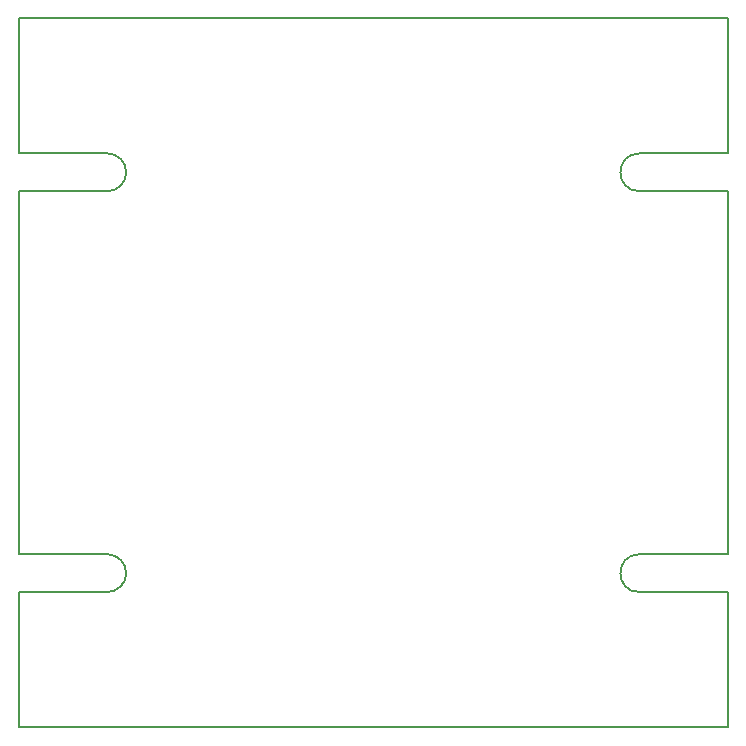
<source format=gbr>
%TF.GenerationSoftware,KiCad,Pcbnew,9.0.6*%
%TF.CreationDate,2026-02-27T09:42:09+00:00*%
%TF.ProjectId,Foinse,466f696e-7365-42e6-9b69-6361645f7063,rev?*%
%TF.SameCoordinates,Original*%
%TF.FileFunction,Profile,NP*%
%FSLAX46Y46*%
G04 Gerber Fmt 4.6, Leading zero omitted, Abs format (unit mm)*
G04 Created by KiCad (PCBNEW 9.0.6) date 2026-02-27 09:42:09*
%MOMM*%
%LPD*%
G01*
G04 APERTURE LIST*
%TA.AperFunction,Profile*%
%ADD10C,0.200000*%
%TD*%
G04 APERTURE END LIST*
D10*
X182997679Y-64699437D02*
X175520000Y-64699437D01*
X122997679Y-50070000D02*
X122997679Y-61499437D01*
X182997679Y-50070000D02*
X162797679Y-50070000D01*
X182997679Y-61499437D02*
X182997679Y-50070000D01*
X175520000Y-64699437D02*
G75*
G02*
X175520000Y-61499363I0J1600037D01*
G01*
X130475358Y-98640563D02*
X122997679Y-98640563D01*
X130475359Y-95440563D02*
G75*
G02*
X130475358Y-98640637I41J-1600037D01*
G01*
X122997679Y-95440563D02*
X130475359Y-95440563D01*
X175520000Y-95440563D02*
X182997679Y-95440563D01*
X143197679Y-50070000D02*
X162797679Y-50070000D01*
X182997679Y-110070000D02*
X182997679Y-98640563D01*
X122997679Y-61499437D02*
X130475359Y-61499437D01*
X182997679Y-95440563D02*
X182997679Y-64699437D01*
X130475359Y-61499437D02*
G75*
G02*
X130471360Y-64699358I41J-1599963D01*
G01*
X175520000Y-98640563D02*
G75*
G02*
X175520000Y-95440637I0J1599963D01*
G01*
X143197679Y-50070000D02*
X122997679Y-50070000D01*
X122997679Y-98640563D02*
X122997679Y-110070000D01*
X122997679Y-110070000D02*
X182997679Y-110070000D01*
X122997679Y-64699437D02*
X122997679Y-95440563D01*
X130471360Y-64699437D02*
X122997679Y-64699437D01*
X182997679Y-98640563D02*
X175520000Y-98640563D01*
X175520000Y-61499437D02*
X182997679Y-61499437D01*
M02*

</source>
